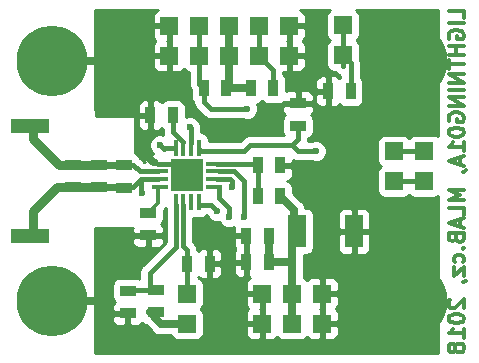
<source format=gbr>
%TF.GenerationSoftware,KiCad,Pcbnew,5.0.0-rc2-dev-unknown-d5ac7c0~62~ubuntu16.04.1*%
%TF.CreationDate,2018-03-05T17:38:03+01:00*%
%TF.ProjectId,LIGHTNING01A,4C494748544E494E473031412E6B6963,01A*%
%TF.SameCoordinates,Original*%
%TF.FileFunction,Copper,L2,Bot,Signal*%
%TF.FilePolarity,Positive*%
%FSLAX46Y46*%
G04 Gerber Fmt 4.6, Leading zero omitted, Abs format (unit mm)*
G04 Created by KiCad (PCBNEW 5.0.0-rc2-dev-unknown-d5ac7c0~62~ubuntu16.04.1) date Mon Mar  5 17:38:03 2018*
%MOMM*%
%LPD*%
G01*
G04 APERTURE LIST*
%ADD10C,0.300000*%
%ADD11R,2.700000X2.700000*%
%ADD12R,1.400000X0.400000*%
%ADD13R,0.400000X1.400000*%
%ADD14R,1.524000X1.524000*%
%ADD15R,1.397000X0.889000*%
%ADD16R,0.889000X1.397000*%
%ADD17R,1.501140X2.700020*%
%ADD18R,3.200000X1.300000*%
%ADD19C,6.000000*%
%ADD20C,0.600000*%
%ADD21C,0.800000*%
%ADD22C,0.700000*%
%ADD23C,0.400000*%
%ADD24C,0.450000*%
%ADD25C,0.250000*%
%ADD26C,0.800000*%
%ADD27C,0.600000*%
%ADD28C,0.254000*%
%ADD29C,0.350000*%
G04 APERTURE END LIST*
D10*
X39958095Y29044762D02*
X39958095Y29663810D01*
X38658095Y29663810D01*
X39958095Y28611429D02*
X38658095Y28611429D01*
X38720000Y27311429D02*
X38658095Y27435239D01*
X38658095Y27620953D01*
X38720000Y27806667D01*
X38843809Y27930477D01*
X38967619Y27992381D01*
X39215238Y28054286D01*
X39400952Y28054286D01*
X39648571Y27992381D01*
X39772380Y27930477D01*
X39896190Y27806667D01*
X39958095Y27620953D01*
X39958095Y27497143D01*
X39896190Y27311429D01*
X39834285Y27249524D01*
X39400952Y27249524D01*
X39400952Y27497143D01*
X39958095Y26692381D02*
X38658095Y26692381D01*
X39277142Y26692381D02*
X39277142Y25949524D01*
X39958095Y25949524D02*
X38658095Y25949524D01*
X38658095Y25516191D02*
X38658095Y24773334D01*
X39958095Y25144762D02*
X38658095Y25144762D01*
X39958095Y24340000D02*
X38658095Y24340000D01*
X39958095Y23597143D01*
X38658095Y23597143D01*
X39958095Y22978096D02*
X38658095Y22978096D01*
X39958095Y22359048D02*
X38658095Y22359048D01*
X39958095Y21616191D01*
X38658095Y21616191D01*
X38720000Y20316191D02*
X38658095Y20440000D01*
X38658095Y20625715D01*
X38720000Y20811429D01*
X38843809Y20935239D01*
X38967619Y20997143D01*
X39215238Y21059048D01*
X39400952Y21059048D01*
X39648571Y20997143D01*
X39772380Y20935239D01*
X39896190Y20811429D01*
X39958095Y20625715D01*
X39958095Y20501905D01*
X39896190Y20316191D01*
X39834285Y20254286D01*
X39400952Y20254286D01*
X39400952Y20501905D01*
X38658095Y19449524D02*
X38658095Y19325715D01*
X38720000Y19201905D01*
X38781904Y19140000D01*
X38905714Y19078096D01*
X39153333Y19016191D01*
X39462857Y19016191D01*
X39710476Y19078096D01*
X39834285Y19140000D01*
X39896190Y19201905D01*
X39958095Y19325715D01*
X39958095Y19449524D01*
X39896190Y19573334D01*
X39834285Y19635239D01*
X39710476Y19697143D01*
X39462857Y19759048D01*
X39153333Y19759048D01*
X38905714Y19697143D01*
X38781904Y19635239D01*
X38720000Y19573334D01*
X38658095Y19449524D01*
X39958095Y17778096D02*
X39958095Y18520953D01*
X39958095Y18149524D02*
X38658095Y18149524D01*
X38843809Y18273334D01*
X38967619Y18397143D01*
X39029523Y18520953D01*
X39586666Y17282858D02*
X39586666Y16663810D01*
X39958095Y17406667D02*
X38658095Y16973334D01*
X39958095Y16540000D01*
X39896190Y16044762D02*
X39958095Y16044762D01*
X40081904Y16106667D01*
X40143809Y16168572D01*
X39958095Y14497143D02*
X38658095Y14497143D01*
X39586666Y14063810D01*
X38658095Y13630477D01*
X39958095Y13630477D01*
X39958095Y12392381D02*
X39958095Y13011429D01*
X38658095Y13011429D01*
X39586666Y12020953D02*
X39586666Y11401905D01*
X39958095Y12144762D02*
X38658095Y11711429D01*
X39958095Y11278096D01*
X39277142Y10411429D02*
X39339047Y10225715D01*
X39400952Y10163810D01*
X39524761Y10101905D01*
X39710476Y10101905D01*
X39834285Y10163810D01*
X39896190Y10225715D01*
X39958095Y10349524D01*
X39958095Y10844762D01*
X38658095Y10844762D01*
X38658095Y10411429D01*
X38720000Y10287620D01*
X38781904Y10225715D01*
X38905714Y10163810D01*
X39029523Y10163810D01*
X39153333Y10225715D01*
X39215238Y10287620D01*
X39277142Y10411429D01*
X39277142Y10844762D01*
X39834285Y9544762D02*
X39896190Y9482858D01*
X39958095Y9544762D01*
X39896190Y9606667D01*
X39834285Y9544762D01*
X39958095Y9544762D01*
X39896190Y8368572D02*
X39958095Y8492381D01*
X39958095Y8740000D01*
X39896190Y8863810D01*
X39834285Y8925715D01*
X39710476Y8987620D01*
X39339047Y8987620D01*
X39215238Y8925715D01*
X39153333Y8863810D01*
X39091428Y8740000D01*
X39091428Y8492381D01*
X39153333Y8368572D01*
X39091428Y7935239D02*
X39091428Y7254286D01*
X39958095Y7935239D01*
X39958095Y7254286D01*
X39896190Y6697143D02*
X39958095Y6697143D01*
X40081904Y6759048D01*
X40143809Y6820953D01*
X38781904Y5211429D02*
X38720000Y5149524D01*
X38658095Y5025715D01*
X38658095Y4716191D01*
X38720000Y4592381D01*
X38781904Y4530477D01*
X38905714Y4468572D01*
X39029523Y4468572D01*
X39215238Y4530477D01*
X39958095Y5273334D01*
X39958095Y4468572D01*
X38658095Y3663810D02*
X38658095Y3540000D01*
X38720000Y3416191D01*
X38781904Y3354286D01*
X38905714Y3292381D01*
X39153333Y3230477D01*
X39462857Y3230477D01*
X39710476Y3292381D01*
X39834285Y3354286D01*
X39896190Y3416191D01*
X39958095Y3540000D01*
X39958095Y3663810D01*
X39896190Y3787620D01*
X39834285Y3849524D01*
X39710476Y3911429D01*
X39462857Y3973334D01*
X39153333Y3973334D01*
X38905714Y3911429D01*
X38781904Y3849524D01*
X38720000Y3787620D01*
X38658095Y3663810D01*
X39958095Y1992381D02*
X39958095Y2735239D01*
X39958095Y2363810D02*
X38658095Y2363810D01*
X38843809Y2487620D01*
X38967619Y2611429D01*
X39029523Y2735239D01*
X39215238Y1249524D02*
X39153333Y1373334D01*
X39091428Y1435239D01*
X38967619Y1497143D01*
X38905714Y1497143D01*
X38781904Y1435239D01*
X38720000Y1373334D01*
X38658095Y1249524D01*
X38658095Y1001905D01*
X38720000Y878096D01*
X38781904Y816191D01*
X38905714Y754286D01*
X38967619Y754286D01*
X39091428Y816191D01*
X39153333Y878096D01*
X39215238Y1001905D01*
X39215238Y1249524D01*
X39277142Y1373334D01*
X39339047Y1435239D01*
X39462857Y1497143D01*
X39710476Y1497143D01*
X39834285Y1435239D01*
X39896190Y1373334D01*
X39958095Y1249524D01*
X39958095Y1001905D01*
X39896190Y878096D01*
X39834285Y816191D01*
X39710476Y754286D01*
X39462857Y754286D01*
X39339047Y816191D01*
X39277142Y878096D01*
X39215238Y1001905D01*
D11*
X16510000Y15748000D03*
D12*
X18800000Y14768000D03*
X18800000Y15423000D03*
X18800000Y16073000D03*
X18800000Y16728000D03*
D13*
X16185000Y13452000D03*
X15535000Y13452000D03*
X17490000Y13448000D03*
X16835000Y13452000D03*
D12*
X14210000Y16073000D03*
X14210000Y15423000D03*
X14210000Y14773000D03*
X14210000Y16728000D03*
D13*
X15535000Y18044000D03*
X16185000Y18044000D03*
X17490000Y18048000D03*
X16835000Y18044000D03*
D14*
X22860000Y3175000D03*
X22860000Y5715000D03*
X25400000Y3175000D03*
X25400000Y5715000D03*
X27940000Y3175000D03*
X27940000Y5715000D03*
D15*
X9017000Y16637000D03*
X9017000Y14732000D03*
X6858000Y16637000D03*
X6858000Y14732000D03*
X13208000Y12573000D03*
X13208000Y10668000D03*
D16*
X15303500Y20828000D03*
X13398500Y20828000D03*
X21526500Y10604500D03*
X23431500Y10604500D03*
D17*
X30645100Y10985500D03*
X25844500Y10985500D03*
D18*
X3238500Y10590000D03*
X3238500Y19890000D03*
D19*
X5080000Y25400000D03*
X5080000Y5080000D03*
X35560000Y5080000D03*
X35560000Y25400000D03*
D16*
X18415000Y8255000D03*
X16510000Y8255000D03*
D15*
X11176000Y16573500D03*
X11176000Y14668500D03*
X13843000Y4127500D03*
X13843000Y6032500D03*
X11493500Y5969000D03*
X11493500Y4064000D03*
D16*
X17907000Y23114000D03*
X19812000Y23114000D03*
X24384000Y16598783D03*
X22479000Y16598783D03*
X22479000Y13970000D03*
X24384000Y13970000D03*
D15*
X25908000Y19939000D03*
X25908000Y21844000D03*
D14*
X16510000Y3175000D03*
X16510000Y5715000D03*
X36576000Y17780000D03*
X34036000Y17780000D03*
X29718000Y25908000D03*
X29718000Y28448000D03*
X22606000Y25851327D03*
X22606000Y28391327D03*
X17526000Y25851327D03*
X17526000Y28391327D03*
X36576000Y15240000D03*
X34036000Y15240000D03*
X25146000Y28391327D03*
X25146000Y25851327D03*
X14986000Y28391327D03*
X14986000Y25851327D03*
X20066000Y28391327D03*
X20066000Y25851327D03*
D16*
X21526500Y8382000D03*
X23431500Y8382000D03*
X30353000Y22860000D03*
X28448000Y22860000D03*
X23812500Y23114000D03*
X21907500Y23114000D03*
D20*
X12700000Y17780000D03*
X12700000Y14224000D03*
D21*
X15748000Y15049500D03*
X17272000Y16510000D03*
X15748000Y16510000D03*
X16510000Y15748000D03*
D20*
X14224000Y18288000D03*
X16764000Y19812000D03*
X20320000Y14732000D03*
X21590000Y21336000D03*
X27432000Y17780000D03*
X20066000Y12192000D03*
X21336000Y12192000D03*
X19050000Y12700000D03*
D22*
X12700000Y17780000D02*
X13556990Y16923010D01*
D23*
X13556990Y16923010D02*
X13760000Y16923010D01*
D24*
X12611500Y15423000D02*
X12611500Y14312500D01*
X12611500Y14312500D02*
X12700000Y14224000D01*
D22*
X5080000Y5080000D02*
X9144000Y5080000D01*
X5080000Y25400000D02*
X9144000Y25400000D01*
D23*
X14010000Y16723000D02*
X15535000Y16723000D01*
D25*
X15535000Y16723000D02*
X16510000Y15748000D01*
D23*
X14224000Y18288000D02*
X14523999Y17988001D01*
D10*
X14523999Y17988001D02*
X14537501Y17988001D01*
X14537501Y17988001D02*
X14583500Y18034000D01*
D23*
X16835000Y18494000D02*
X16835000Y19741000D01*
D10*
X16835000Y19741000D02*
X16764000Y19812000D01*
D22*
X23431500Y8382000D02*
X23431500Y10604500D01*
X25400000Y5715000D02*
X25400000Y8382000D01*
X24576000Y8382000D02*
X25400000Y8382000D01*
X25400000Y8382000D02*
X25400000Y10020300D01*
X23431500Y8382000D02*
X24576000Y8382000D01*
X21907500Y23114000D02*
X19812000Y23114000D01*
D10*
X14010000Y14773000D02*
X14010000Y13375000D01*
X14010000Y13375000D02*
X13208000Y12573000D01*
D23*
X20320000Y15240000D02*
X20320000Y14732000D01*
X20137000Y15423000D02*
X20320000Y15240000D01*
X19250000Y15423000D02*
X20137000Y15423000D01*
D24*
X19250000Y14768000D02*
X19250000Y13786998D01*
X19250000Y13786998D02*
X20066000Y12970998D01*
X30353000Y22860000D02*
X30353000Y25273000D01*
X30353000Y25273000D02*
X29718000Y25908000D01*
X20503000Y16073000D02*
X21336000Y15240000D01*
X21336000Y15240000D02*
X21336000Y14139084D01*
D23*
X19250000Y16073000D02*
X20503000Y16073000D01*
D24*
X23812500Y23114000D02*
X23812500Y24644827D01*
X23812500Y24644827D02*
X22606000Y25851327D01*
D22*
X16510000Y3175000D02*
X14287500Y3175000D01*
X14287500Y3175000D02*
X13335000Y4127500D01*
X25539700Y10160000D02*
X25539700Y12814300D01*
X25539700Y12814300D02*
X24384000Y13970000D01*
D23*
X15430500Y18034000D02*
X14583500Y18034000D01*
D22*
X20066000Y25851327D02*
X20066000Y23368000D01*
X20066000Y28391327D02*
X20066000Y25851327D01*
X25400000Y10020300D02*
X25539700Y10160000D01*
X25400000Y3175000D02*
X25400000Y5715000D01*
D24*
X18536500Y21336000D02*
X21590000Y21336000D01*
X17907000Y23114000D02*
X17907000Y21965500D01*
X17907000Y21965500D02*
X18536500Y21336000D01*
D23*
X19010000Y15423000D02*
X19203542Y15423000D01*
D24*
X17526000Y25851327D02*
X17526000Y23495000D01*
X17526000Y23495000D02*
X17907000Y23114000D01*
X17526000Y28391327D02*
X17526000Y25851327D01*
X22479000Y16598783D02*
X22479000Y13970000D01*
X22270501Y16598783D02*
X22146284Y16723000D01*
D23*
X22146284Y16723000D02*
X19010000Y16723000D01*
D24*
X36576000Y17780000D02*
X34036000Y17780000D01*
X25908000Y19939000D02*
X25908000Y18796000D01*
X25908000Y18796000D02*
X25400000Y18288000D01*
X21844000Y18288000D02*
X21336000Y17780000D01*
X25400000Y18288000D02*
X21844000Y18288000D01*
X25908000Y17780000D02*
X25400000Y18288000D01*
X27432000Y17780000D02*
X25908000Y17780000D01*
X21336000Y17780000D02*
X17780000Y17780000D01*
D25*
X17485000Y18244000D02*
X17485000Y18075000D01*
X17485000Y18075000D02*
X17780000Y17780000D01*
D24*
X20066000Y12970998D02*
X20066000Y12192000D01*
X29718000Y25908000D02*
X29718000Y25019000D01*
X29718000Y25908000D02*
X29718000Y28448000D01*
X21336000Y14139084D02*
X21336000Y12192000D01*
X36576000Y15240000D02*
X34036000Y15240000D01*
X22606000Y28391327D02*
X22606000Y25851327D01*
X17485000Y13252000D02*
X18498000Y13252000D01*
X18498000Y13252000D02*
X19050000Y12700000D01*
X13843000Y6032500D02*
X11557000Y6032500D01*
X11557000Y6032500D02*
X11493500Y5969000D01*
X15535000Y9693000D02*
X13335000Y7493000D01*
X13335000Y7493000D02*
X13335000Y6032500D01*
D23*
X15535000Y13252000D02*
X15535000Y9693000D01*
D26*
X8509000Y14732000D02*
X5524500Y14732000D01*
X5524500Y14732000D02*
X3492500Y12700000D01*
X3492500Y12700000D02*
X3492500Y10590000D01*
D27*
X10922000Y14732000D02*
X8509000Y14732000D01*
D23*
X14010000Y15423000D02*
X12611500Y15423000D01*
D24*
X12611500Y15423000D02*
X11920500Y14732000D01*
X11920500Y14732000D02*
X10922000Y14732000D01*
D26*
X8509000Y16637000D02*
X5645500Y16637000D01*
X3492500Y18790000D02*
X3492500Y19890000D01*
X5645500Y16637000D02*
X3492500Y18790000D01*
D27*
X10922000Y16637000D02*
X8509000Y16637000D01*
D23*
X14010000Y16073000D02*
X12484500Y16073000D01*
X12484500Y16073000D02*
X11920500Y16637000D01*
X11920500Y16637000D02*
X10922000Y16637000D01*
X16185000Y13252000D02*
X16185000Y9728500D01*
D24*
X16185000Y9728500D02*
X16510000Y9403500D01*
X16510000Y9403500D02*
X16510000Y8255000D01*
X16510000Y5715000D02*
X16510000Y8255000D01*
D10*
X16185000Y18244000D02*
X16185000Y18559003D01*
D23*
X16185000Y18559003D02*
X15303500Y19440503D01*
X15303500Y19440503D02*
X15303500Y19879500D01*
X15303500Y19879500D02*
X15303500Y20828000D01*
D28*
G36*
X13864301Y29691654D02*
X13685673Y29513025D01*
X13589000Y29279636D01*
X13589000Y28677077D01*
X13747750Y28518327D01*
X14859000Y28518327D01*
X14859000Y28538327D01*
X15113000Y28538327D01*
X15113000Y28518327D01*
X15133000Y28518327D01*
X15133000Y28264327D01*
X15113000Y28264327D01*
X15113000Y27153077D01*
X15144750Y27121327D01*
X15113000Y27089577D01*
X15113000Y25978327D01*
X15133000Y25978327D01*
X15133000Y25724327D01*
X15113000Y25724327D01*
X15113000Y24613077D01*
X15271750Y24454327D01*
X15874310Y24454327D01*
X16107699Y24551000D01*
X16258937Y24702239D01*
X16306191Y24631518D01*
X16516235Y24491170D01*
X16666001Y24461380D01*
X16666001Y23579700D01*
X16649153Y23495000D01*
X16666001Y23410299D01*
X16708091Y23198700D01*
X16715899Y23159445D01*
X16815060Y23011040D01*
X16815060Y22415500D01*
X16864343Y22167735D01*
X17004691Y21957691D01*
X17035847Y21936873D01*
X17096899Y21629945D01*
X17238996Y21417281D01*
X17238998Y21417279D01*
X17286976Y21345475D01*
X17358779Y21297497D01*
X17868497Y20787779D01*
X17916475Y20715975D01*
X17988279Y20667997D01*
X17988280Y20667996D01*
X18033921Y20637500D01*
X18200945Y20525898D01*
X18451799Y20476000D01*
X18451803Y20476000D01*
X18536499Y20459153D01*
X18621195Y20476000D01*
X21222951Y20476000D01*
X21404017Y20401000D01*
X21775983Y20401000D01*
X22119635Y20543345D01*
X22382655Y20806365D01*
X22525000Y21150017D01*
X22525000Y21521983D01*
X22417662Y21781121D01*
X22599765Y21817343D01*
X22809809Y21957691D01*
X22860000Y22032807D01*
X22910191Y21957691D01*
X23120235Y21817343D01*
X23368000Y21768060D01*
X24257000Y21768060D01*
X24504765Y21817343D01*
X24714809Y21957691D01*
X24727526Y21976724D01*
X24733250Y21971000D01*
X25781000Y21971000D01*
X25781000Y22764750D01*
X26035000Y22764750D01*
X26035000Y21971000D01*
X27082750Y21971000D01*
X27241500Y22129750D01*
X27241500Y22414809D01*
X27175458Y22574250D01*
X27368500Y22574250D01*
X27368500Y22035190D01*
X27465173Y21801801D01*
X27643802Y21623173D01*
X27877191Y21526500D01*
X28162250Y21526500D01*
X28321000Y21685250D01*
X28321000Y22733000D01*
X27527250Y22733000D01*
X27368500Y22574250D01*
X27175458Y22574250D01*
X27144827Y22648198D01*
X26966199Y22826827D01*
X26732810Y22923500D01*
X26193750Y22923500D01*
X26035000Y22764750D01*
X25781000Y22764750D01*
X25622250Y22923500D01*
X25083190Y22923500D01*
X24904440Y22849459D01*
X24904440Y23684810D01*
X27368500Y23684810D01*
X27368500Y23145750D01*
X27527250Y22987000D01*
X28321000Y22987000D01*
X28321000Y24034750D01*
X28162250Y24193500D01*
X27877191Y24193500D01*
X27643802Y24096827D01*
X27465173Y23918199D01*
X27368500Y23684810D01*
X24904440Y23684810D01*
X24904440Y23812500D01*
X24855157Y24060265D01*
X24714809Y24270309D01*
X24672500Y24298579D01*
X24672500Y24454327D01*
X24860250Y24454327D01*
X25019000Y24613077D01*
X25019000Y25724327D01*
X25273000Y25724327D01*
X25273000Y24613077D01*
X25431750Y24454327D01*
X26034310Y24454327D01*
X26267699Y24551000D01*
X26446327Y24729629D01*
X26543000Y24963018D01*
X26543000Y25565577D01*
X26384250Y25724327D01*
X25273000Y25724327D01*
X25019000Y25724327D01*
X24999000Y25724327D01*
X24999000Y25978327D01*
X25019000Y25978327D01*
X25019000Y27089577D01*
X24987250Y27121327D01*
X25019000Y27153077D01*
X25019000Y28264327D01*
X25273000Y28264327D01*
X25273000Y27153077D01*
X25304750Y27121327D01*
X25273000Y27089577D01*
X25273000Y25978327D01*
X26384250Y25978327D01*
X26543000Y26137077D01*
X26543000Y26739636D01*
X26446327Y26973025D01*
X26298026Y27121327D01*
X26446327Y27269629D01*
X26543000Y27503018D01*
X26543000Y28105577D01*
X26384250Y28264327D01*
X25273000Y28264327D01*
X25019000Y28264327D01*
X24999000Y28264327D01*
X24999000Y28518327D01*
X25019000Y28518327D01*
X25019000Y28538327D01*
X25273000Y28538327D01*
X25273000Y28518327D01*
X26384250Y28518327D01*
X26543000Y28677077D01*
X26543000Y29279636D01*
X26446327Y29513025D01*
X26267699Y29691654D01*
X26078555Y29770000D01*
X28651129Y29770000D01*
X28498191Y29667809D01*
X28357843Y29457765D01*
X28308560Y29210000D01*
X28308560Y27686000D01*
X28357843Y27438235D01*
X28498191Y27228191D01*
X28573307Y27178000D01*
X28498191Y27127809D01*
X28357843Y26917765D01*
X28308560Y26670000D01*
X28308560Y25146000D01*
X28357843Y24898235D01*
X28498191Y24688191D01*
X28708235Y24547843D01*
X28956000Y24498560D01*
X29031435Y24498560D01*
X29097976Y24398975D01*
X29382446Y24208898D01*
X29493001Y24186907D01*
X29493000Y24044580D01*
X29450691Y24016309D01*
X29403437Y23945589D01*
X29252198Y24096827D01*
X29018809Y24193500D01*
X28733750Y24193500D01*
X28575000Y24034750D01*
X28575000Y22987000D01*
X28595000Y22987000D01*
X28595000Y22733000D01*
X28575000Y22733000D01*
X28575000Y21685250D01*
X28733750Y21526500D01*
X29018809Y21526500D01*
X29252198Y21623173D01*
X29403437Y21774411D01*
X29450691Y21703691D01*
X29660735Y21563343D01*
X29908500Y21514060D01*
X30797500Y21514060D01*
X31045265Y21563343D01*
X31255309Y21703691D01*
X31395657Y21913735D01*
X31444940Y22161500D01*
X31444940Y23558500D01*
X31395657Y23806265D01*
X31255309Y24016309D01*
X31213000Y24044579D01*
X31213000Y25188299D01*
X31229848Y25273000D01*
X31163102Y25608556D01*
X31127440Y25661928D01*
X31127440Y26670000D01*
X31078157Y26917765D01*
X30937809Y27127809D01*
X30862693Y27178000D01*
X30937809Y27228191D01*
X31078157Y27438235D01*
X31127440Y27686000D01*
X31127440Y29210000D01*
X31078157Y29457765D01*
X30937809Y29667809D01*
X30784871Y29770000D01*
X37724000Y29770000D01*
X37724000Y19047791D01*
X37585765Y19140157D01*
X37338000Y19189440D01*
X35814000Y19189440D01*
X35566235Y19140157D01*
X35356191Y18999809D01*
X35306000Y18924693D01*
X35255809Y18999809D01*
X35045765Y19140157D01*
X34798000Y19189440D01*
X33274000Y19189440D01*
X33026235Y19140157D01*
X32816191Y18999809D01*
X32675843Y18789765D01*
X32626560Y18542000D01*
X32626560Y17018000D01*
X32675843Y16770235D01*
X32816191Y16560191D01*
X32891307Y16510000D01*
X32816191Y16459809D01*
X32675843Y16249765D01*
X32626560Y16002000D01*
X32626560Y14478000D01*
X32675843Y14230235D01*
X32816191Y14020191D01*
X33026235Y13879843D01*
X33274000Y13830560D01*
X34798000Y13830560D01*
X35045765Y13879843D01*
X35255809Y14020191D01*
X35306000Y14095307D01*
X35356191Y14020191D01*
X35566235Y13879843D01*
X35814000Y13830560D01*
X37338000Y13830560D01*
X37585765Y13879843D01*
X37724000Y13972209D01*
X37724000Y710000D01*
X8699500Y710000D01*
X8699500Y3778250D01*
X10160000Y3778250D01*
X10160000Y3493191D01*
X10256673Y3259802D01*
X10435301Y3081173D01*
X10668690Y2984500D01*
X11207750Y2984500D01*
X11366500Y3143250D01*
X11366500Y3937000D01*
X10318750Y3937000D01*
X10160000Y3778250D01*
X8699500Y3778250D01*
X8699500Y10382250D01*
X11874500Y10382250D01*
X11874500Y10097191D01*
X11971173Y9863802D01*
X12149801Y9685173D01*
X12383190Y9588500D01*
X12922250Y9588500D01*
X13081000Y9747250D01*
X13081000Y10541000D01*
X13335000Y10541000D01*
X13335000Y9747250D01*
X13493750Y9588500D01*
X14032810Y9588500D01*
X14266199Y9685173D01*
X14444827Y9863802D01*
X14541500Y10097191D01*
X14541500Y10382250D01*
X14382750Y10541000D01*
X13335000Y10541000D01*
X13081000Y10541000D01*
X12033250Y10541000D01*
X11874500Y10382250D01*
X8699500Y10382250D01*
X8699500Y11303000D01*
X11901089Y11303000D01*
X11874500Y11238809D01*
X11874500Y10953750D01*
X12033250Y10795000D01*
X13081000Y10795000D01*
X13081000Y10815000D01*
X13335000Y10815000D01*
X13335000Y10795000D01*
X14382750Y10795000D01*
X14541500Y10953750D01*
X14541500Y11238809D01*
X14444827Y11472198D01*
X14293589Y11623437D01*
X14364309Y11670691D01*
X14504657Y11880735D01*
X14553940Y12128500D01*
X14553940Y12794338D01*
X14575953Y12809047D01*
X14619747Y12874589D01*
X14619749Y12874591D01*
X14683840Y12970510D01*
X14687560Y12976078D01*
X14687560Y12752000D01*
X14700000Y12689458D01*
X14700001Y10074225D01*
X12786782Y8161005D01*
X12714975Y8113025D01*
X12524898Y7828554D01*
X12475000Y7577700D01*
X12475000Y7577696D01*
X12458153Y7493000D01*
X12475000Y7408304D01*
X12475000Y6988113D01*
X12439765Y7011657D01*
X12192000Y7060940D01*
X10795000Y7060940D01*
X10547235Y7011657D01*
X10337191Y6871309D01*
X10196843Y6661265D01*
X10147560Y6413500D01*
X10147560Y5524500D01*
X10196843Y5276735D01*
X10337191Y5066691D01*
X10407911Y5019437D01*
X10256673Y4868198D01*
X10160000Y4634809D01*
X10160000Y4349750D01*
X10318750Y4191000D01*
X11366500Y4191000D01*
X11366500Y4211000D01*
X11620500Y4211000D01*
X11620500Y4191000D01*
X11640500Y4191000D01*
X11640500Y3937000D01*
X11620500Y3937000D01*
X11620500Y3143250D01*
X11779250Y2984500D01*
X12318310Y2984500D01*
X12551699Y3081173D01*
X12692101Y3221576D01*
X12896735Y3084843D01*
X13006488Y3063012D01*
X13522402Y2547098D01*
X13577355Y2464855D01*
X13903172Y2247151D01*
X14190488Y2190000D01*
X14190492Y2190000D01*
X14287499Y2170704D01*
X14384506Y2190000D01*
X15144917Y2190000D01*
X15149843Y2165235D01*
X15290191Y1955191D01*
X15500235Y1814843D01*
X15748000Y1765560D01*
X17272000Y1765560D01*
X17519765Y1814843D01*
X17729809Y1955191D01*
X17870157Y2165235D01*
X17919440Y2413000D01*
X17919440Y2889250D01*
X21463000Y2889250D01*
X21463000Y2286691D01*
X21559673Y2053302D01*
X21738301Y1874673D01*
X21971690Y1778000D01*
X22574250Y1778000D01*
X22733000Y1936750D01*
X22733000Y3048000D01*
X21621750Y3048000D01*
X21463000Y2889250D01*
X17919440Y2889250D01*
X17919440Y3937000D01*
X17870157Y4184765D01*
X17729809Y4394809D01*
X17654693Y4445000D01*
X17729809Y4495191D01*
X17870157Y4705235D01*
X17919440Y4953000D01*
X17919440Y5429250D01*
X21463000Y5429250D01*
X21463000Y4826691D01*
X21559673Y4593302D01*
X21707974Y4445000D01*
X21559673Y4296698D01*
X21463000Y4063309D01*
X21463000Y3460750D01*
X21621750Y3302000D01*
X22733000Y3302000D01*
X22733000Y4413250D01*
X22701250Y4445000D01*
X22733000Y4476750D01*
X22733000Y5588000D01*
X21621750Y5588000D01*
X21463000Y5429250D01*
X17919440Y5429250D01*
X17919440Y6477000D01*
X17870157Y6724765D01*
X17729809Y6934809D01*
X17519765Y7075157D01*
X17409818Y7097027D01*
X17412309Y7098691D01*
X17459563Y7169411D01*
X17610802Y7018173D01*
X17844191Y6921500D01*
X18129250Y6921500D01*
X18288000Y7080250D01*
X18288000Y8128000D01*
X18542000Y8128000D01*
X18542000Y7080250D01*
X18700750Y6921500D01*
X18985809Y6921500D01*
X19219198Y7018173D01*
X19397827Y7196801D01*
X19494500Y7430190D01*
X19494500Y7969250D01*
X19367500Y8096250D01*
X20447000Y8096250D01*
X20447000Y7557190D01*
X20543673Y7323801D01*
X20722302Y7145173D01*
X20955691Y7048500D01*
X21240750Y7048500D01*
X21399500Y7207250D01*
X21399500Y8255000D01*
X20605750Y8255000D01*
X20447000Y8096250D01*
X19367500Y8096250D01*
X19335750Y8128000D01*
X18542000Y8128000D01*
X18288000Y8128000D01*
X18268000Y8128000D01*
X18268000Y8382000D01*
X18288000Y8382000D01*
X18288000Y9429750D01*
X18542000Y9429750D01*
X18542000Y8382000D01*
X19335750Y8382000D01*
X19494500Y8540750D01*
X19494500Y9079810D01*
X19397827Y9313199D01*
X19219198Y9491827D01*
X18985809Y9588500D01*
X18700750Y9588500D01*
X18542000Y9429750D01*
X18288000Y9429750D01*
X18129250Y9588500D01*
X17844191Y9588500D01*
X17610802Y9491827D01*
X17459563Y9340589D01*
X17412309Y9411309D01*
X17381153Y9432127D01*
X17370000Y9488196D01*
X17370000Y9488201D01*
X17320102Y9739055D01*
X17130025Y10023525D01*
X17058219Y10071504D01*
X17020000Y10109723D01*
X17020000Y10318750D01*
X20447000Y10318750D01*
X20447000Y9779690D01*
X20543673Y9546301D01*
X20596724Y9493250D01*
X20543673Y9440199D01*
X20447000Y9206810D01*
X20447000Y8667750D01*
X20605750Y8509000D01*
X21399500Y8509000D01*
X21399500Y10477500D01*
X20605750Y10477500D01*
X20447000Y10318750D01*
X17020000Y10318750D01*
X17020000Y12104560D01*
X17035000Y12104560D01*
X17152445Y12127921D01*
X17290000Y12100560D01*
X17690000Y12100560D01*
X17937765Y12149843D01*
X18147809Y12290191D01*
X18184788Y12345534D01*
X18257345Y12170365D01*
X18520365Y11907345D01*
X18864017Y11765000D01*
X19230832Y11765000D01*
X19273345Y11662365D01*
X19536365Y11399345D01*
X19880017Y11257000D01*
X20251983Y11257000D01*
X20447000Y11337779D01*
X20447000Y10890250D01*
X20605750Y10731500D01*
X21399500Y10731500D01*
X21399500Y10751500D01*
X21653500Y10751500D01*
X21653500Y10731500D01*
X21673500Y10731500D01*
X21673500Y10477500D01*
X21653500Y10477500D01*
X21653500Y8509000D01*
X21673500Y8509000D01*
X21673500Y8255000D01*
X21653500Y8255000D01*
X21653500Y7207250D01*
X21812250Y7048500D01*
X21818388Y7048500D01*
X21738301Y7015327D01*
X21559673Y6836698D01*
X21463000Y6603309D01*
X21463000Y6000750D01*
X21621750Y5842000D01*
X22733000Y5842000D01*
X22733000Y5862000D01*
X22987000Y5862000D01*
X22987000Y5842000D01*
X23007000Y5842000D01*
X23007000Y5588000D01*
X22987000Y5588000D01*
X22987000Y4476750D01*
X23018750Y4445000D01*
X22987000Y4413250D01*
X22987000Y3302000D01*
X23007000Y3302000D01*
X23007000Y3048000D01*
X22987000Y3048000D01*
X22987000Y1936750D01*
X23145750Y1778000D01*
X23748310Y1778000D01*
X23981699Y1874673D01*
X24132937Y2025912D01*
X24180191Y1955191D01*
X24390235Y1814843D01*
X24638000Y1765560D01*
X26162000Y1765560D01*
X26409765Y1814843D01*
X26619809Y1955191D01*
X26667063Y2025912D01*
X26818301Y1874673D01*
X27051690Y1778000D01*
X27654250Y1778000D01*
X27813000Y1936750D01*
X27813000Y3048000D01*
X28067000Y3048000D01*
X28067000Y1936750D01*
X28225750Y1778000D01*
X28828310Y1778000D01*
X29061699Y1874673D01*
X29240327Y2053302D01*
X29337000Y2286691D01*
X29337000Y2889250D01*
X29178250Y3048000D01*
X28067000Y3048000D01*
X27813000Y3048000D01*
X27793000Y3048000D01*
X27793000Y3302000D01*
X27813000Y3302000D01*
X27813000Y4413250D01*
X27781250Y4445000D01*
X27813000Y4476750D01*
X27813000Y5588000D01*
X28067000Y5588000D01*
X28067000Y4476750D01*
X28098750Y4445000D01*
X28067000Y4413250D01*
X28067000Y3302000D01*
X29178250Y3302000D01*
X29337000Y3460750D01*
X29337000Y4063309D01*
X29240327Y4296698D01*
X29092026Y4445000D01*
X29240327Y4593302D01*
X29337000Y4826691D01*
X29337000Y5429250D01*
X29178250Y5588000D01*
X28067000Y5588000D01*
X27813000Y5588000D01*
X27793000Y5588000D01*
X27793000Y5842000D01*
X27813000Y5842000D01*
X27813000Y6953250D01*
X28067000Y6953250D01*
X28067000Y5842000D01*
X29178250Y5842000D01*
X29337000Y6000750D01*
X29337000Y6603309D01*
X29240327Y6836698D01*
X29061699Y7015327D01*
X28828310Y7112000D01*
X28225750Y7112000D01*
X28067000Y6953250D01*
X27813000Y6953250D01*
X27654250Y7112000D01*
X27051690Y7112000D01*
X26818301Y7015327D01*
X26667063Y6864088D01*
X26619809Y6934809D01*
X26409765Y7075157D01*
X26385000Y7080083D01*
X26385000Y8284989D01*
X26404297Y8382000D01*
X26385000Y8479012D01*
X26385000Y8988050D01*
X26595070Y8988050D01*
X26842835Y9037333D01*
X27052879Y9177681D01*
X27193227Y9387725D01*
X27242510Y9635490D01*
X27242510Y10699750D01*
X29259530Y10699750D01*
X29259530Y9509180D01*
X29356203Y9275791D01*
X29534832Y9097163D01*
X29768221Y9000490D01*
X30359350Y9000490D01*
X30518100Y9159240D01*
X30518100Y10858500D01*
X30772100Y10858500D01*
X30772100Y9159240D01*
X30930850Y9000490D01*
X31521979Y9000490D01*
X31755368Y9097163D01*
X31933997Y9275791D01*
X32030670Y9509180D01*
X32030670Y10699750D01*
X31871920Y10858500D01*
X30772100Y10858500D01*
X30518100Y10858500D01*
X29418280Y10858500D01*
X29259530Y10699750D01*
X27242510Y10699750D01*
X27242510Y12335510D01*
X27217386Y12461820D01*
X29259530Y12461820D01*
X29259530Y11271250D01*
X29418280Y11112500D01*
X30518100Y11112500D01*
X30518100Y12811760D01*
X30772100Y12811760D01*
X30772100Y11112500D01*
X31871920Y11112500D01*
X32030670Y11271250D01*
X32030670Y12461820D01*
X31933997Y12695209D01*
X31755368Y12873837D01*
X31521979Y12970510D01*
X30930850Y12970510D01*
X30772100Y12811760D01*
X30518100Y12811760D01*
X30359350Y12970510D01*
X29768221Y12970510D01*
X29534832Y12873837D01*
X29356203Y12695209D01*
X29259530Y12461820D01*
X27217386Y12461820D01*
X27193227Y12583275D01*
X27052879Y12793319D01*
X26842835Y12933667D01*
X26595070Y12982950D01*
X26510450Y12982950D01*
X26467549Y13198628D01*
X26431887Y13252000D01*
X26304798Y13442203D01*
X26304796Y13442205D01*
X26249845Y13524445D01*
X26167605Y13579396D01*
X25475940Y14271060D01*
X25475940Y14668500D01*
X25426657Y14916265D01*
X25286309Y15126309D01*
X25076265Y15266657D01*
X24996453Y15282532D01*
X25188198Y15361956D01*
X25366827Y15540584D01*
X25463500Y15773973D01*
X25463500Y16313033D01*
X25304750Y16471783D01*
X24511000Y16471783D01*
X24511000Y16451783D01*
X24257000Y16451783D01*
X24257000Y16471783D01*
X24237000Y16471783D01*
X24237000Y16725783D01*
X24257000Y16725783D01*
X24257000Y16745783D01*
X24511000Y16745783D01*
X24511000Y16725783D01*
X25304750Y16725783D01*
X25463500Y16884533D01*
X25463500Y17042693D01*
X25572445Y16969898D01*
X25823299Y16920000D01*
X25823303Y16920000D01*
X25907999Y16903153D01*
X25992695Y16920000D01*
X27064951Y16920000D01*
X27246017Y16845000D01*
X27617983Y16845000D01*
X27961635Y16987345D01*
X28224655Y17250365D01*
X28367000Y17594017D01*
X28367000Y17965983D01*
X28224655Y18309635D01*
X27961635Y18572655D01*
X27617983Y18715000D01*
X27246017Y18715000D01*
X27064951Y18640000D01*
X26753818Y18640000D01*
X26768000Y18711299D01*
X26768000Y18711303D01*
X26784847Y18795999D01*
X26768289Y18879242D01*
X26854265Y18896343D01*
X27064309Y19036691D01*
X27204657Y19246735D01*
X27253940Y19494500D01*
X27253940Y20383500D01*
X27204657Y20631265D01*
X27064309Y20841309D01*
X26993589Y20888563D01*
X27144827Y21039802D01*
X27241500Y21273191D01*
X27241500Y21558250D01*
X27082750Y21717000D01*
X26035000Y21717000D01*
X26035000Y21697000D01*
X25781000Y21697000D01*
X25781000Y21717000D01*
X24733250Y21717000D01*
X24574500Y21558250D01*
X24574500Y21273191D01*
X24671173Y21039802D01*
X24822411Y20888563D01*
X24751691Y20841309D01*
X24611343Y20631265D01*
X24562060Y20383500D01*
X24562060Y19494500D01*
X24611343Y19246735D01*
X24677316Y19148000D01*
X21928695Y19148000D01*
X21843999Y19164847D01*
X21759303Y19148000D01*
X21759299Y19148000D01*
X21508445Y19098102D01*
X21223975Y18908025D01*
X21175996Y18836219D01*
X20979777Y18640000D01*
X18337440Y18640000D01*
X18337440Y18748000D01*
X18288157Y18995765D01*
X18147809Y19205809D01*
X17937765Y19346157D01*
X17690000Y19395440D01*
X17670000Y19395440D01*
X17670000Y19556005D01*
X17699000Y19626017D01*
X17699000Y19997983D01*
X17556655Y20341635D01*
X17293635Y20604655D01*
X16949983Y20747000D01*
X16578017Y20747000D01*
X16395440Y20671374D01*
X16395440Y21526500D01*
X16346157Y21774265D01*
X16205809Y21984309D01*
X15995765Y22124657D01*
X15748000Y22173940D01*
X14859000Y22173940D01*
X14611235Y22124657D01*
X14401191Y21984309D01*
X14353937Y21913589D01*
X14202698Y22064827D01*
X13969309Y22161500D01*
X13684250Y22161500D01*
X13525500Y22002750D01*
X13525500Y20955000D01*
X13545500Y20955000D01*
X13545500Y20701000D01*
X13525500Y20701000D01*
X13525500Y19653250D01*
X13684250Y19494500D01*
X13969309Y19494500D01*
X14202698Y19591173D01*
X14353937Y19742411D01*
X14401191Y19671691D01*
X14468500Y19626716D01*
X14468500Y19522736D01*
X14452143Y19440503D01*
X14468500Y19358270D01*
X14468500Y19358267D01*
X14503077Y19184439D01*
X14409983Y19223000D01*
X14038017Y19223000D01*
X13694365Y19080655D01*
X13431345Y18817635D01*
X13289000Y18473983D01*
X13289000Y18102017D01*
X13431345Y17758365D01*
X13626710Y17563000D01*
X13383691Y17563000D01*
X13150302Y17466327D01*
X12971673Y17287699D01*
X12875000Y17054310D01*
X12875000Y16986750D01*
X12953750Y16908000D01*
X12830368Y16908000D01*
X12569087Y17169281D01*
X12522501Y17239001D01*
X12464762Y17277581D01*
X12332309Y17475809D01*
X12128500Y17611991D01*
X12128500Y20542250D01*
X12319000Y20542250D01*
X12319000Y20003190D01*
X12415673Y19769801D01*
X12594302Y19591173D01*
X12827691Y19494500D01*
X13112750Y19494500D01*
X13271500Y19653250D01*
X13271500Y20701000D01*
X12477750Y20701000D01*
X12319000Y20542250D01*
X12128500Y20542250D01*
X12128500Y20637500D01*
X12118833Y20686101D01*
X12091303Y20727303D01*
X12050101Y20754833D01*
X12001500Y20764500D01*
X8762167Y20764500D01*
X8756323Y21652810D01*
X12319000Y21652810D01*
X12319000Y21113750D01*
X12477750Y20955000D01*
X13271500Y20955000D01*
X13271500Y22002750D01*
X13112750Y22161500D01*
X12827691Y22161500D01*
X12594302Y22064827D01*
X12415673Y21886199D01*
X12319000Y21652810D01*
X8756323Y21652810D01*
X8730581Y25565577D01*
X13589000Y25565577D01*
X13589000Y24963018D01*
X13685673Y24729629D01*
X13864301Y24551000D01*
X14097690Y24454327D01*
X14700250Y24454327D01*
X14859000Y24613077D01*
X14859000Y25724327D01*
X13747750Y25724327D01*
X13589000Y25565577D01*
X8730581Y25565577D01*
X8713871Y28105577D01*
X13589000Y28105577D01*
X13589000Y27503018D01*
X13685673Y27269629D01*
X13833974Y27121327D01*
X13685673Y26973025D01*
X13589000Y26739636D01*
X13589000Y26137077D01*
X13747750Y25978327D01*
X14859000Y25978327D01*
X14859000Y27089577D01*
X14827250Y27121327D01*
X14859000Y27153077D01*
X14859000Y28264327D01*
X13747750Y28264327D01*
X13589000Y28105577D01*
X8713871Y28105577D01*
X8702920Y29770000D01*
X14053445Y29770000D01*
X13864301Y29691654D01*
X13864301Y29691654D01*
G37*
X13864301Y29691654D02*
X13685673Y29513025D01*
X13589000Y29279636D01*
X13589000Y28677077D01*
X13747750Y28518327D01*
X14859000Y28518327D01*
X14859000Y28538327D01*
X15113000Y28538327D01*
X15113000Y28518327D01*
X15133000Y28518327D01*
X15133000Y28264327D01*
X15113000Y28264327D01*
X15113000Y27153077D01*
X15144750Y27121327D01*
X15113000Y27089577D01*
X15113000Y25978327D01*
X15133000Y25978327D01*
X15133000Y25724327D01*
X15113000Y25724327D01*
X15113000Y24613077D01*
X15271750Y24454327D01*
X15874310Y24454327D01*
X16107699Y24551000D01*
X16258937Y24702239D01*
X16306191Y24631518D01*
X16516235Y24491170D01*
X16666001Y24461380D01*
X16666001Y23579700D01*
X16649153Y23495000D01*
X16666001Y23410299D01*
X16708091Y23198700D01*
X16715899Y23159445D01*
X16815060Y23011040D01*
X16815060Y22415500D01*
X16864343Y22167735D01*
X17004691Y21957691D01*
X17035847Y21936873D01*
X17096899Y21629945D01*
X17238996Y21417281D01*
X17238998Y21417279D01*
X17286976Y21345475D01*
X17358779Y21297497D01*
X17868497Y20787779D01*
X17916475Y20715975D01*
X17988279Y20667997D01*
X17988280Y20667996D01*
X18033921Y20637500D01*
X18200945Y20525898D01*
X18451799Y20476000D01*
X18451803Y20476000D01*
X18536499Y20459153D01*
X18621195Y20476000D01*
X21222951Y20476000D01*
X21404017Y20401000D01*
X21775983Y20401000D01*
X22119635Y20543345D01*
X22382655Y20806365D01*
X22525000Y21150017D01*
X22525000Y21521983D01*
X22417662Y21781121D01*
X22599765Y21817343D01*
X22809809Y21957691D01*
X22860000Y22032807D01*
X22910191Y21957691D01*
X23120235Y21817343D01*
X23368000Y21768060D01*
X24257000Y21768060D01*
X24504765Y21817343D01*
X24714809Y21957691D01*
X24727526Y21976724D01*
X24733250Y21971000D01*
X25781000Y21971000D01*
X25781000Y22764750D01*
X26035000Y22764750D01*
X26035000Y21971000D01*
X27082750Y21971000D01*
X27241500Y22129750D01*
X27241500Y22414809D01*
X27175458Y22574250D01*
X27368500Y22574250D01*
X27368500Y22035190D01*
X27465173Y21801801D01*
X27643802Y21623173D01*
X27877191Y21526500D01*
X28162250Y21526500D01*
X28321000Y21685250D01*
X28321000Y22733000D01*
X27527250Y22733000D01*
X27368500Y22574250D01*
X27175458Y22574250D01*
X27144827Y22648198D01*
X26966199Y22826827D01*
X26732810Y22923500D01*
X26193750Y22923500D01*
X26035000Y22764750D01*
X25781000Y22764750D01*
X25622250Y22923500D01*
X25083190Y22923500D01*
X24904440Y22849459D01*
X24904440Y23684810D01*
X27368500Y23684810D01*
X27368500Y23145750D01*
X27527250Y22987000D01*
X28321000Y22987000D01*
X28321000Y24034750D01*
X28162250Y24193500D01*
X27877191Y24193500D01*
X27643802Y24096827D01*
X27465173Y23918199D01*
X27368500Y23684810D01*
X24904440Y23684810D01*
X24904440Y23812500D01*
X24855157Y24060265D01*
X24714809Y24270309D01*
X24672500Y24298579D01*
X24672500Y24454327D01*
X24860250Y24454327D01*
X25019000Y24613077D01*
X25019000Y25724327D01*
X25273000Y25724327D01*
X25273000Y24613077D01*
X25431750Y24454327D01*
X26034310Y24454327D01*
X26267699Y24551000D01*
X26446327Y24729629D01*
X26543000Y24963018D01*
X26543000Y25565577D01*
X26384250Y25724327D01*
X25273000Y25724327D01*
X25019000Y25724327D01*
X24999000Y25724327D01*
X24999000Y25978327D01*
X25019000Y25978327D01*
X25019000Y27089577D01*
X24987250Y27121327D01*
X25019000Y27153077D01*
X25019000Y28264327D01*
X25273000Y28264327D01*
X25273000Y27153077D01*
X25304750Y27121327D01*
X25273000Y27089577D01*
X25273000Y25978327D01*
X26384250Y25978327D01*
X26543000Y26137077D01*
X26543000Y26739636D01*
X26446327Y26973025D01*
X26298026Y27121327D01*
X26446327Y27269629D01*
X26543000Y27503018D01*
X26543000Y28105577D01*
X26384250Y28264327D01*
X25273000Y28264327D01*
X25019000Y28264327D01*
X24999000Y28264327D01*
X24999000Y28518327D01*
X25019000Y28518327D01*
X25019000Y28538327D01*
X25273000Y28538327D01*
X25273000Y28518327D01*
X26384250Y28518327D01*
X26543000Y28677077D01*
X26543000Y29279636D01*
X26446327Y29513025D01*
X26267699Y29691654D01*
X26078555Y29770000D01*
X28651129Y29770000D01*
X28498191Y29667809D01*
X28357843Y29457765D01*
X28308560Y29210000D01*
X28308560Y27686000D01*
X28357843Y27438235D01*
X28498191Y27228191D01*
X28573307Y27178000D01*
X28498191Y27127809D01*
X28357843Y26917765D01*
X28308560Y26670000D01*
X28308560Y25146000D01*
X28357843Y24898235D01*
X28498191Y24688191D01*
X28708235Y24547843D01*
X28956000Y24498560D01*
X29031435Y24498560D01*
X29097976Y24398975D01*
X29382446Y24208898D01*
X29493001Y24186907D01*
X29493000Y24044580D01*
X29450691Y24016309D01*
X29403437Y23945589D01*
X29252198Y24096827D01*
X29018809Y24193500D01*
X28733750Y24193500D01*
X28575000Y24034750D01*
X28575000Y22987000D01*
X28595000Y22987000D01*
X28595000Y22733000D01*
X28575000Y22733000D01*
X28575000Y21685250D01*
X28733750Y21526500D01*
X29018809Y21526500D01*
X29252198Y21623173D01*
X29403437Y21774411D01*
X29450691Y21703691D01*
X29660735Y21563343D01*
X29908500Y21514060D01*
X30797500Y21514060D01*
X31045265Y21563343D01*
X31255309Y21703691D01*
X31395657Y21913735D01*
X31444940Y22161500D01*
X31444940Y23558500D01*
X31395657Y23806265D01*
X31255309Y24016309D01*
X31213000Y24044579D01*
X31213000Y25188299D01*
X31229848Y25273000D01*
X31163102Y25608556D01*
X31127440Y25661928D01*
X31127440Y26670000D01*
X31078157Y26917765D01*
X30937809Y27127809D01*
X30862693Y27178000D01*
X30937809Y27228191D01*
X31078157Y27438235D01*
X31127440Y27686000D01*
X31127440Y29210000D01*
X31078157Y29457765D01*
X30937809Y29667809D01*
X30784871Y29770000D01*
X37724000Y29770000D01*
X37724000Y19047791D01*
X37585765Y19140157D01*
X37338000Y19189440D01*
X35814000Y19189440D01*
X35566235Y19140157D01*
X35356191Y18999809D01*
X35306000Y18924693D01*
X35255809Y18999809D01*
X35045765Y19140157D01*
X34798000Y19189440D01*
X33274000Y19189440D01*
X33026235Y19140157D01*
X32816191Y18999809D01*
X32675843Y18789765D01*
X32626560Y18542000D01*
X32626560Y17018000D01*
X32675843Y16770235D01*
X32816191Y16560191D01*
X32891307Y16510000D01*
X32816191Y16459809D01*
X32675843Y16249765D01*
X32626560Y16002000D01*
X32626560Y14478000D01*
X32675843Y14230235D01*
X32816191Y14020191D01*
X33026235Y13879843D01*
X33274000Y13830560D01*
X34798000Y13830560D01*
X35045765Y13879843D01*
X35255809Y14020191D01*
X35306000Y14095307D01*
X35356191Y14020191D01*
X35566235Y13879843D01*
X35814000Y13830560D01*
X37338000Y13830560D01*
X37585765Y13879843D01*
X37724000Y13972209D01*
X37724000Y710000D01*
X8699500Y710000D01*
X8699500Y3778250D01*
X10160000Y3778250D01*
X10160000Y3493191D01*
X10256673Y3259802D01*
X10435301Y3081173D01*
X10668690Y2984500D01*
X11207750Y2984500D01*
X11366500Y3143250D01*
X11366500Y3937000D01*
X10318750Y3937000D01*
X10160000Y3778250D01*
X8699500Y3778250D01*
X8699500Y10382250D01*
X11874500Y10382250D01*
X11874500Y10097191D01*
X11971173Y9863802D01*
X12149801Y9685173D01*
X12383190Y9588500D01*
X12922250Y9588500D01*
X13081000Y9747250D01*
X13081000Y10541000D01*
X13335000Y10541000D01*
X13335000Y9747250D01*
X13493750Y9588500D01*
X14032810Y9588500D01*
X14266199Y9685173D01*
X14444827Y9863802D01*
X14541500Y10097191D01*
X14541500Y10382250D01*
X14382750Y10541000D01*
X13335000Y10541000D01*
X13081000Y10541000D01*
X12033250Y10541000D01*
X11874500Y10382250D01*
X8699500Y10382250D01*
X8699500Y11303000D01*
X11901089Y11303000D01*
X11874500Y11238809D01*
X11874500Y10953750D01*
X12033250Y10795000D01*
X13081000Y10795000D01*
X13081000Y10815000D01*
X13335000Y10815000D01*
X13335000Y10795000D01*
X14382750Y10795000D01*
X14541500Y10953750D01*
X14541500Y11238809D01*
X14444827Y11472198D01*
X14293589Y11623437D01*
X14364309Y11670691D01*
X14504657Y11880735D01*
X14553940Y12128500D01*
X14553940Y12794338D01*
X14575953Y12809047D01*
X14619747Y12874589D01*
X14619749Y12874591D01*
X14683840Y12970510D01*
X14687560Y12976078D01*
X14687560Y12752000D01*
X14700000Y12689458D01*
X14700001Y10074225D01*
X12786782Y8161005D01*
X12714975Y8113025D01*
X12524898Y7828554D01*
X12475000Y7577700D01*
X12475000Y7577696D01*
X12458153Y7493000D01*
X12475000Y7408304D01*
X12475000Y6988113D01*
X12439765Y7011657D01*
X12192000Y7060940D01*
X10795000Y7060940D01*
X10547235Y7011657D01*
X10337191Y6871309D01*
X10196843Y6661265D01*
X10147560Y6413500D01*
X10147560Y5524500D01*
X10196843Y5276735D01*
X10337191Y5066691D01*
X10407911Y5019437D01*
X10256673Y4868198D01*
X10160000Y4634809D01*
X10160000Y4349750D01*
X10318750Y4191000D01*
X11366500Y4191000D01*
X11366500Y4211000D01*
X11620500Y4211000D01*
X11620500Y4191000D01*
X11640500Y4191000D01*
X11640500Y3937000D01*
X11620500Y3937000D01*
X11620500Y3143250D01*
X11779250Y2984500D01*
X12318310Y2984500D01*
X12551699Y3081173D01*
X12692101Y3221576D01*
X12896735Y3084843D01*
X13006488Y3063012D01*
X13522402Y2547098D01*
X13577355Y2464855D01*
X13903172Y2247151D01*
X14190488Y2190000D01*
X14190492Y2190000D01*
X14287499Y2170704D01*
X14384506Y2190000D01*
X15144917Y2190000D01*
X15149843Y2165235D01*
X15290191Y1955191D01*
X15500235Y1814843D01*
X15748000Y1765560D01*
X17272000Y1765560D01*
X17519765Y1814843D01*
X17729809Y1955191D01*
X17870157Y2165235D01*
X17919440Y2413000D01*
X17919440Y2889250D01*
X21463000Y2889250D01*
X21463000Y2286691D01*
X21559673Y2053302D01*
X21738301Y1874673D01*
X21971690Y1778000D01*
X22574250Y1778000D01*
X22733000Y1936750D01*
X22733000Y3048000D01*
X21621750Y3048000D01*
X21463000Y2889250D01*
X17919440Y2889250D01*
X17919440Y3937000D01*
X17870157Y4184765D01*
X17729809Y4394809D01*
X17654693Y4445000D01*
X17729809Y4495191D01*
X17870157Y4705235D01*
X17919440Y4953000D01*
X17919440Y5429250D01*
X21463000Y5429250D01*
X21463000Y4826691D01*
X21559673Y4593302D01*
X21707974Y4445000D01*
X21559673Y4296698D01*
X21463000Y4063309D01*
X21463000Y3460750D01*
X21621750Y3302000D01*
X22733000Y3302000D01*
X22733000Y4413250D01*
X22701250Y4445000D01*
X22733000Y4476750D01*
X22733000Y5588000D01*
X21621750Y5588000D01*
X21463000Y5429250D01*
X17919440Y5429250D01*
X17919440Y6477000D01*
X17870157Y6724765D01*
X17729809Y6934809D01*
X17519765Y7075157D01*
X17409818Y7097027D01*
X17412309Y7098691D01*
X17459563Y7169411D01*
X17610802Y7018173D01*
X17844191Y6921500D01*
X18129250Y6921500D01*
X18288000Y7080250D01*
X18288000Y8128000D01*
X18542000Y8128000D01*
X18542000Y7080250D01*
X18700750Y6921500D01*
X18985809Y6921500D01*
X19219198Y7018173D01*
X19397827Y7196801D01*
X19494500Y7430190D01*
X19494500Y7969250D01*
X19367500Y8096250D01*
X20447000Y8096250D01*
X20447000Y7557190D01*
X20543673Y7323801D01*
X20722302Y7145173D01*
X20955691Y7048500D01*
X21240750Y7048500D01*
X21399500Y7207250D01*
X21399500Y8255000D01*
X20605750Y8255000D01*
X20447000Y8096250D01*
X19367500Y8096250D01*
X19335750Y8128000D01*
X18542000Y8128000D01*
X18288000Y8128000D01*
X18268000Y8128000D01*
X18268000Y8382000D01*
X18288000Y8382000D01*
X18288000Y9429750D01*
X18542000Y9429750D01*
X18542000Y8382000D01*
X19335750Y8382000D01*
X19494500Y8540750D01*
X19494500Y9079810D01*
X19397827Y9313199D01*
X19219198Y9491827D01*
X18985809Y9588500D01*
X18700750Y9588500D01*
X18542000Y9429750D01*
X18288000Y9429750D01*
X18129250Y9588500D01*
X17844191Y9588500D01*
X17610802Y9491827D01*
X17459563Y9340589D01*
X17412309Y9411309D01*
X17381153Y9432127D01*
X17370000Y9488196D01*
X17370000Y9488201D01*
X17320102Y9739055D01*
X17130025Y10023525D01*
X17058219Y10071504D01*
X17020000Y10109723D01*
X17020000Y10318750D01*
X20447000Y10318750D01*
X20447000Y9779690D01*
X20543673Y9546301D01*
X20596724Y9493250D01*
X20543673Y9440199D01*
X20447000Y9206810D01*
X20447000Y8667750D01*
X20605750Y8509000D01*
X21399500Y8509000D01*
X21399500Y10477500D01*
X20605750Y10477500D01*
X20447000Y10318750D01*
X17020000Y10318750D01*
X17020000Y12104560D01*
X17035000Y12104560D01*
X17152445Y12127921D01*
X17290000Y12100560D01*
X17690000Y12100560D01*
X17937765Y12149843D01*
X18147809Y12290191D01*
X18184788Y12345534D01*
X18257345Y12170365D01*
X18520365Y11907345D01*
X18864017Y11765000D01*
X19230832Y11765000D01*
X19273345Y11662365D01*
X19536365Y11399345D01*
X19880017Y11257000D01*
X20251983Y11257000D01*
X20447000Y11337779D01*
X20447000Y10890250D01*
X20605750Y10731500D01*
X21399500Y10731500D01*
X21399500Y10751500D01*
X21653500Y10751500D01*
X21653500Y10731500D01*
X21673500Y10731500D01*
X21673500Y10477500D01*
X21653500Y10477500D01*
X21653500Y8509000D01*
X21673500Y8509000D01*
X21673500Y8255000D01*
X21653500Y8255000D01*
X21653500Y7207250D01*
X21812250Y7048500D01*
X21818388Y7048500D01*
X21738301Y7015327D01*
X21559673Y6836698D01*
X21463000Y6603309D01*
X21463000Y6000750D01*
X21621750Y5842000D01*
X22733000Y5842000D01*
X22733000Y5862000D01*
X22987000Y5862000D01*
X22987000Y5842000D01*
X23007000Y5842000D01*
X23007000Y5588000D01*
X22987000Y5588000D01*
X22987000Y4476750D01*
X23018750Y4445000D01*
X22987000Y4413250D01*
X22987000Y3302000D01*
X23007000Y3302000D01*
X23007000Y3048000D01*
X22987000Y3048000D01*
X22987000Y1936750D01*
X23145750Y1778000D01*
X23748310Y1778000D01*
X23981699Y1874673D01*
X24132937Y2025912D01*
X24180191Y1955191D01*
X24390235Y1814843D01*
X24638000Y1765560D01*
X26162000Y1765560D01*
X26409765Y1814843D01*
X26619809Y1955191D01*
X26667063Y2025912D01*
X26818301Y1874673D01*
X27051690Y1778000D01*
X27654250Y1778000D01*
X27813000Y1936750D01*
X27813000Y3048000D01*
X28067000Y3048000D01*
X28067000Y1936750D01*
X28225750Y1778000D01*
X28828310Y1778000D01*
X29061699Y1874673D01*
X29240327Y2053302D01*
X29337000Y2286691D01*
X29337000Y2889250D01*
X29178250Y3048000D01*
X28067000Y3048000D01*
X27813000Y3048000D01*
X27793000Y3048000D01*
X27793000Y3302000D01*
X27813000Y3302000D01*
X27813000Y4413250D01*
X27781250Y4445000D01*
X27813000Y4476750D01*
X27813000Y5588000D01*
X28067000Y5588000D01*
X28067000Y4476750D01*
X28098750Y4445000D01*
X28067000Y4413250D01*
X28067000Y3302000D01*
X29178250Y3302000D01*
X29337000Y3460750D01*
X29337000Y4063309D01*
X29240327Y4296698D01*
X29092026Y4445000D01*
X29240327Y4593302D01*
X29337000Y4826691D01*
X29337000Y5429250D01*
X29178250Y5588000D01*
X28067000Y5588000D01*
X27813000Y5588000D01*
X27793000Y5588000D01*
X27793000Y5842000D01*
X27813000Y5842000D01*
X27813000Y6953250D01*
X28067000Y6953250D01*
X28067000Y5842000D01*
X29178250Y5842000D01*
X29337000Y6000750D01*
X29337000Y6603309D01*
X29240327Y6836698D01*
X29061699Y7015327D01*
X28828310Y7112000D01*
X28225750Y7112000D01*
X28067000Y6953250D01*
X27813000Y6953250D01*
X27654250Y7112000D01*
X27051690Y7112000D01*
X26818301Y7015327D01*
X26667063Y6864088D01*
X26619809Y6934809D01*
X26409765Y7075157D01*
X26385000Y7080083D01*
X26385000Y8284989D01*
X26404297Y8382000D01*
X26385000Y8479012D01*
X26385000Y8988050D01*
X26595070Y8988050D01*
X26842835Y9037333D01*
X27052879Y9177681D01*
X27193227Y9387725D01*
X27242510Y9635490D01*
X27242510Y10699750D01*
X29259530Y10699750D01*
X29259530Y9509180D01*
X29356203Y9275791D01*
X29534832Y9097163D01*
X29768221Y9000490D01*
X30359350Y9000490D01*
X30518100Y9159240D01*
X30518100Y10858500D01*
X30772100Y10858500D01*
X30772100Y9159240D01*
X30930850Y9000490D01*
X31521979Y9000490D01*
X31755368Y9097163D01*
X31933997Y9275791D01*
X32030670Y9509180D01*
X32030670Y10699750D01*
X31871920Y10858500D01*
X30772100Y10858500D01*
X30518100Y10858500D01*
X29418280Y10858500D01*
X29259530Y10699750D01*
X27242510Y10699750D01*
X27242510Y12335510D01*
X27217386Y12461820D01*
X29259530Y12461820D01*
X29259530Y11271250D01*
X29418280Y11112500D01*
X30518100Y11112500D01*
X30518100Y12811760D01*
X30772100Y12811760D01*
X30772100Y11112500D01*
X31871920Y11112500D01*
X32030670Y11271250D01*
X32030670Y12461820D01*
X31933997Y12695209D01*
X31755368Y12873837D01*
X31521979Y12970510D01*
X30930850Y12970510D01*
X30772100Y12811760D01*
X30518100Y12811760D01*
X30359350Y12970510D01*
X29768221Y12970510D01*
X29534832Y12873837D01*
X29356203Y12695209D01*
X29259530Y12461820D01*
X27217386Y12461820D01*
X27193227Y12583275D01*
X27052879Y12793319D01*
X26842835Y12933667D01*
X26595070Y12982950D01*
X26510450Y12982950D01*
X26467549Y13198628D01*
X26431887Y13252000D01*
X26304798Y13442203D01*
X26304796Y13442205D01*
X26249845Y13524445D01*
X26167605Y13579396D01*
X25475940Y14271060D01*
X25475940Y14668500D01*
X25426657Y14916265D01*
X25286309Y15126309D01*
X25076265Y15266657D01*
X24996453Y15282532D01*
X25188198Y15361956D01*
X25366827Y15540584D01*
X25463500Y15773973D01*
X25463500Y16313033D01*
X25304750Y16471783D01*
X24511000Y16471783D01*
X24511000Y16451783D01*
X24257000Y16451783D01*
X24257000Y16471783D01*
X24237000Y16471783D01*
X24237000Y16725783D01*
X24257000Y16725783D01*
X24257000Y16745783D01*
X24511000Y16745783D01*
X24511000Y16725783D01*
X25304750Y16725783D01*
X25463500Y16884533D01*
X25463500Y17042693D01*
X25572445Y16969898D01*
X25823299Y16920000D01*
X25823303Y16920000D01*
X25907999Y16903153D01*
X25992695Y16920000D01*
X27064951Y16920000D01*
X27246017Y16845000D01*
X27617983Y16845000D01*
X27961635Y16987345D01*
X28224655Y17250365D01*
X28367000Y17594017D01*
X28367000Y17965983D01*
X28224655Y18309635D01*
X27961635Y18572655D01*
X27617983Y18715000D01*
X27246017Y18715000D01*
X27064951Y18640000D01*
X26753818Y18640000D01*
X26768000Y18711299D01*
X26768000Y18711303D01*
X26784847Y18795999D01*
X26768289Y18879242D01*
X26854265Y18896343D01*
X27064309Y19036691D01*
X27204657Y19246735D01*
X27253940Y19494500D01*
X27253940Y20383500D01*
X27204657Y20631265D01*
X27064309Y20841309D01*
X26993589Y20888563D01*
X27144827Y21039802D01*
X27241500Y21273191D01*
X27241500Y21558250D01*
X27082750Y21717000D01*
X26035000Y21717000D01*
X26035000Y21697000D01*
X25781000Y21697000D01*
X25781000Y21717000D01*
X24733250Y21717000D01*
X24574500Y21558250D01*
X24574500Y21273191D01*
X24671173Y21039802D01*
X24822411Y20888563D01*
X24751691Y20841309D01*
X24611343Y20631265D01*
X24562060Y20383500D01*
X24562060Y19494500D01*
X24611343Y19246735D01*
X24677316Y19148000D01*
X21928695Y19148000D01*
X21843999Y19164847D01*
X21759303Y19148000D01*
X21759299Y19148000D01*
X21508445Y19098102D01*
X21223975Y18908025D01*
X21175996Y18836219D01*
X20979777Y18640000D01*
X18337440Y18640000D01*
X18337440Y18748000D01*
X18288157Y18995765D01*
X18147809Y19205809D01*
X17937765Y19346157D01*
X17690000Y19395440D01*
X17670000Y19395440D01*
X17670000Y19556005D01*
X17699000Y19626017D01*
X17699000Y19997983D01*
X17556655Y20341635D01*
X17293635Y20604655D01*
X16949983Y20747000D01*
X16578017Y20747000D01*
X16395440Y20671374D01*
X16395440Y21526500D01*
X16346157Y21774265D01*
X16205809Y21984309D01*
X15995765Y22124657D01*
X15748000Y22173940D01*
X14859000Y22173940D01*
X14611235Y22124657D01*
X14401191Y21984309D01*
X14353937Y21913589D01*
X14202698Y22064827D01*
X13969309Y22161500D01*
X13684250Y22161500D01*
X13525500Y22002750D01*
X13525500Y20955000D01*
X13545500Y20955000D01*
X13545500Y20701000D01*
X13525500Y20701000D01*
X13525500Y19653250D01*
X13684250Y19494500D01*
X13969309Y19494500D01*
X14202698Y19591173D01*
X14353937Y19742411D01*
X14401191Y19671691D01*
X14468500Y19626716D01*
X14468500Y19522736D01*
X14452143Y19440503D01*
X14468500Y19358270D01*
X14468500Y19358267D01*
X14503077Y19184439D01*
X14409983Y19223000D01*
X14038017Y19223000D01*
X13694365Y19080655D01*
X13431345Y18817635D01*
X13289000Y18473983D01*
X13289000Y18102017D01*
X13431345Y17758365D01*
X13626710Y17563000D01*
X13383691Y17563000D01*
X13150302Y17466327D01*
X12971673Y17287699D01*
X12875000Y17054310D01*
X12875000Y16986750D01*
X12953750Y16908000D01*
X12830368Y16908000D01*
X12569087Y17169281D01*
X12522501Y17239001D01*
X12464762Y17277581D01*
X12332309Y17475809D01*
X12128500Y17611991D01*
X12128500Y20542250D01*
X12319000Y20542250D01*
X12319000Y20003190D01*
X12415673Y19769801D01*
X12594302Y19591173D01*
X12827691Y19494500D01*
X13112750Y19494500D01*
X13271500Y19653250D01*
X13271500Y20701000D01*
X12477750Y20701000D01*
X12319000Y20542250D01*
X12128500Y20542250D01*
X12128500Y20637500D01*
X12118833Y20686101D01*
X12091303Y20727303D01*
X12050101Y20754833D01*
X12001500Y20764500D01*
X8762167Y20764500D01*
X8756323Y21652810D01*
X12319000Y21652810D01*
X12319000Y21113750D01*
X12477750Y20955000D01*
X13271500Y20955000D01*
X13271500Y22002750D01*
X13112750Y22161500D01*
X12827691Y22161500D01*
X12594302Y22064827D01*
X12415673Y21886199D01*
X12319000Y21652810D01*
X8756323Y21652810D01*
X8730581Y25565577D01*
X13589000Y25565577D01*
X13589000Y24963018D01*
X13685673Y24729629D01*
X13864301Y24551000D01*
X14097690Y24454327D01*
X14700250Y24454327D01*
X14859000Y24613077D01*
X14859000Y25724327D01*
X13747750Y25724327D01*
X13589000Y25565577D01*
X8730581Y25565577D01*
X8713871Y28105577D01*
X13589000Y28105577D01*
X13589000Y27503018D01*
X13685673Y27269629D01*
X13833974Y27121327D01*
X13685673Y26973025D01*
X13589000Y26739636D01*
X13589000Y26137077D01*
X13747750Y25978327D01*
X14859000Y25978327D01*
X14859000Y27089577D01*
X14827250Y27121327D01*
X14859000Y27153077D01*
X14859000Y28264327D01*
X13747750Y28264327D01*
X13589000Y28105577D01*
X8713871Y28105577D01*
X8702920Y29770000D01*
X14053445Y29770000D01*
X13864301Y29691654D01*
G36*
X16637000Y15875000D02*
X16657000Y15875000D01*
X16657000Y15621000D01*
X16637000Y15621000D01*
X16637000Y15601000D01*
X16383000Y15601000D01*
X16383000Y15621000D01*
X16363000Y15621000D01*
X16363000Y15875000D01*
X16383000Y15875000D01*
X16383000Y15895000D01*
X16637000Y15895000D01*
X16637000Y15875000D01*
X16637000Y15875000D01*
G37*
X16637000Y15875000D02*
X16657000Y15875000D01*
X16657000Y15621000D01*
X16637000Y15621000D01*
X16637000Y15601000D01*
X16383000Y15601000D01*
X16383000Y15621000D01*
X16363000Y15621000D01*
X16363000Y15875000D01*
X16383000Y15875000D01*
X16383000Y15895000D01*
X16637000Y15895000D01*
X16637000Y15875000D01*
D29*
X12700000Y17780000D03*
X12700000Y14224000D03*
X15748000Y15049500D03*
X17272000Y16510000D03*
X15748000Y16510000D03*
X16510000Y15748000D03*
X14224000Y18288000D03*
X16764000Y19812000D03*
X20320000Y14732000D03*
X21590000Y21336000D03*
X27432000Y17780000D03*
X20066000Y12192000D03*
X21336000Y12192000D03*
X19050000Y12700000D03*
X22860000Y3175000D03*
X22860000Y5715000D03*
X25400000Y3175000D03*
X25400000Y5715000D03*
X27940000Y3175000D03*
X27940000Y5715000D03*
X5080000Y25400000D03*
X5080000Y5080000D03*
X35560000Y5080000D03*
X35560000Y25400000D03*
X16510000Y3175000D03*
X16510000Y5715000D03*
X36576000Y17780000D03*
X34036000Y17780000D03*
X29718000Y25908000D03*
X29718000Y28448000D03*
X22606000Y25851327D03*
X22606000Y28391327D03*
X17526000Y25851327D03*
X17526000Y28391327D03*
X36576000Y15240000D03*
X34036000Y15240000D03*
X25146000Y28391327D03*
X25146000Y25851327D03*
X14986000Y28391327D03*
X14986000Y25851327D03*
X20066000Y28391327D03*
X20066000Y25851327D03*
M02*

</source>
